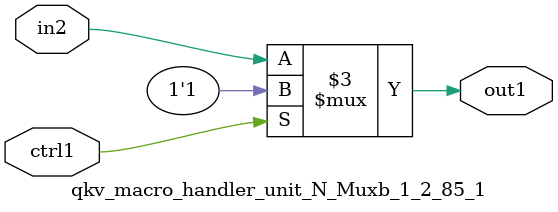
<source format=v>

`timescale 1ps / 1ps


module qkv_macro_handler_unit_N_Muxb_1_2_85_1( in2, ctrl1, out1 );

    input in2;
    input ctrl1;
    output out1;
    reg out1;

    
    // rtl_process:qkv_macro_handler_unit_N_Muxb_1_2_85_1/qkv_macro_handler_unit_N_Muxb_1_2_85_1_thread_1
    always @*
      begin : qkv_macro_handler_unit_N_Muxb_1_2_85_1_thread_1
        case (ctrl1) 
          1'b1: 
            begin
              out1 = 1'b1;
            end
          default: 
            begin
              out1 = in2;
            end
        endcase
      end

endmodule


</source>
